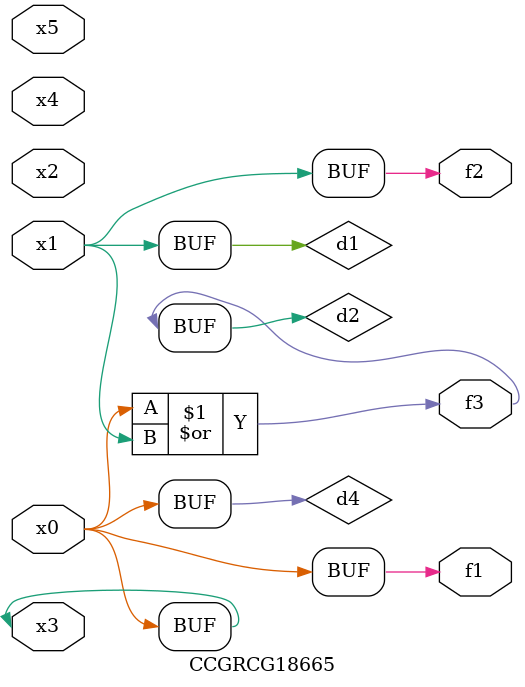
<source format=v>
module CCGRCG18665(
	input x0, x1, x2, x3, x4, x5,
	output f1, f2, f3
);

	wire d1, d2, d3, d4;

	and (d1, x1);
	or (d2, x0, x1);
	nand (d3, x0, x5);
	buf (d4, x0, x3);
	assign f1 = d4;
	assign f2 = d1;
	assign f3 = d2;
endmodule

</source>
